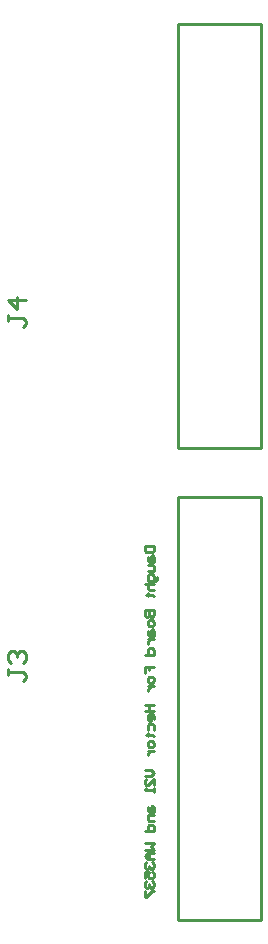
<source format=gbo>
G04*
G04 #@! TF.GenerationSoftware,Altium Limited,Altium Designer,24.9.1 (31)*
G04*
G04 Layer_Color=32896*
%FSLAX44Y44*%
%MOMM*%
G71*
G04*
G04 #@! TF.SameCoordinates,B8B67402-8590-40DF-8F2E-53978CF21371*
G04*
G04*
G04 #@! TF.FilePolarity,Positive*
G04*
G01*
G75*
%ADD12C,0.2540*%
D12*
X-435000Y869250D02*
X-365000D01*
X-435000Y510750D02*
X-365000D01*
X-435000D02*
Y869250D01*
X-365000Y510750D02*
Y869250D01*
X-435000Y469250D02*
X-365000D01*
X-435000Y110750D02*
X-365000D01*
X-435000D02*
Y469250D01*
X-365000Y110750D02*
Y469250D01*
X-463203Y427460D02*
X-455206D01*
Y423461D01*
X-456539Y422128D01*
X-461870D01*
X-463203Y423461D01*
Y427460D01*
X-460537Y418130D02*
Y415464D01*
X-459204Y414131D01*
X-455206D01*
Y418130D01*
X-456539Y419463D01*
X-457872Y418130D01*
Y414131D01*
X-460537Y411465D02*
X-456539D01*
X-455206Y410132D01*
Y406133D01*
X-460537D01*
X-452540Y400802D02*
Y399469D01*
X-453873Y398136D01*
X-460537D01*
Y402135D01*
X-459204Y403468D01*
X-456539D01*
X-455206Y402135D01*
Y398136D01*
X-463203Y395470D02*
X-455206D01*
X-459204D01*
X-460537Y394137D01*
Y391472D01*
X-459204Y390139D01*
X-455206D01*
X-461870Y386140D02*
X-460537D01*
Y387473D01*
Y384807D01*
Y386140D01*
X-456539D01*
X-455206Y384807D01*
X-463203Y372811D02*
X-455206D01*
Y368812D01*
X-456539Y367479D01*
X-457872D01*
X-459204Y368812D01*
Y372811D01*
Y368812D01*
X-460537Y367479D01*
X-461870D01*
X-463203Y368812D01*
Y372811D01*
X-455206Y363481D02*
Y360815D01*
X-456539Y359482D01*
X-459204D01*
X-460537Y360815D01*
Y363481D01*
X-459204Y364813D01*
X-456539D01*
X-455206Y363481D01*
X-460537Y355483D02*
Y352817D01*
X-459204Y351484D01*
X-455206D01*
Y355483D01*
X-456539Y356816D01*
X-457872Y355483D01*
Y351484D01*
X-460537Y348819D02*
X-455206D01*
X-457872D01*
X-459204Y347486D01*
X-460537Y346153D01*
Y344820D01*
X-463203Y335490D02*
X-455206D01*
Y339488D01*
X-456539Y340821D01*
X-459204D01*
X-460537Y339488D01*
Y335490D01*
X-463203Y319495D02*
Y324826D01*
X-459204D01*
Y322161D01*
Y324826D01*
X-455206D01*
Y315496D02*
Y312830D01*
X-456539Y311497D01*
X-459204D01*
X-460537Y312830D01*
Y315496D01*
X-459204Y316829D01*
X-456539D01*
X-455206Y315496D01*
X-460537Y308832D02*
X-455206D01*
X-457872D01*
X-459204Y307499D01*
X-460537Y306166D01*
Y304833D01*
X-463203Y292837D02*
X-455206D01*
X-459204D01*
Y287505D01*
X-463203D01*
X-455206D01*
Y280841D02*
Y283506D01*
X-456539Y284839D01*
X-459204D01*
X-460537Y283506D01*
Y280841D01*
X-459204Y279508D01*
X-457872D01*
Y284839D01*
X-460537Y271510D02*
Y275509D01*
X-459204Y276842D01*
X-456539D01*
X-455206Y275509D01*
Y271510D01*
X-461870Y267512D02*
X-460537D01*
Y268845D01*
Y266179D01*
Y267512D01*
X-456539D01*
X-455206Y266179D01*
Y260847D02*
Y258181D01*
X-456539Y256848D01*
X-459204D01*
X-460537Y258181D01*
Y260847D01*
X-459204Y262180D01*
X-456539D01*
X-455206Y260847D01*
X-460537Y254182D02*
X-455206D01*
X-457872D01*
X-459204Y252850D01*
X-460537Y251517D01*
Y250184D01*
X-463203Y238188D02*
X-457872D01*
X-455206Y235522D01*
X-457872Y232856D01*
X-463203D01*
X-455206Y224859D02*
Y230190D01*
X-460537Y224859D01*
X-461870D01*
X-463203Y226192D01*
Y228857D01*
X-461870Y230190D01*
X-455206Y222193D02*
Y219527D01*
Y220860D01*
X-463203D01*
X-461870Y222193D01*
X-460537Y206198D02*
Y203532D01*
X-459204Y202199D01*
X-455206D01*
Y206198D01*
X-456539Y207531D01*
X-457872Y206198D01*
Y202199D01*
X-455206Y199534D02*
X-460537D01*
Y195535D01*
X-459204Y194202D01*
X-455206D01*
X-463203Y186204D02*
X-455206D01*
Y190203D01*
X-456539Y191536D01*
X-459204D01*
X-460537Y190203D01*
Y186204D01*
X-463203Y175541D02*
X-455206D01*
X-457872Y172875D01*
X-455206Y170210D01*
X-463203D01*
X-455206Y167544D02*
X-460537D01*
X-463203Y164878D01*
X-460537Y162212D01*
X-455206D01*
X-459204D01*
Y167544D01*
X-461870Y159546D02*
X-463203Y158214D01*
Y155548D01*
X-461870Y154215D01*
X-460537D01*
X-459204Y155548D01*
Y156881D01*
Y155548D01*
X-457872Y154215D01*
X-456539D01*
X-455206Y155548D01*
Y158214D01*
X-456539Y159546D01*
X-463203Y146217D02*
Y151549D01*
X-459204D01*
X-460537Y148883D01*
Y147550D01*
X-459204Y146217D01*
X-456539D01*
X-455206Y147550D01*
Y150216D01*
X-456539Y151549D01*
X-461870Y143552D02*
X-463203Y142219D01*
Y139553D01*
X-461870Y138220D01*
X-460537D01*
X-459204Y139553D01*
Y140886D01*
Y139553D01*
X-457872Y138220D01*
X-456539D01*
X-455206Y139553D01*
Y142219D01*
X-456539Y143552D01*
X-463203Y135554D02*
Y130223D01*
X-461870D01*
X-456539Y135554D01*
X-455206D01*
X-578890Y623014D02*
Y617936D01*
Y620475D01*
X-566194D01*
X-563655Y617936D01*
Y615397D01*
X-566194Y612857D01*
X-563655Y635710D02*
X-578890D01*
X-571273Y628092D01*
Y638249D01*
X-578890Y323014D02*
Y317936D01*
Y320475D01*
X-566194D01*
X-563655Y317936D01*
Y315397D01*
X-566194Y312857D01*
X-576351Y328092D02*
X-578890Y330632D01*
Y335710D01*
X-576351Y338249D01*
X-573812D01*
X-571273Y335710D01*
Y333171D01*
Y335710D01*
X-568733Y338249D01*
X-566194D01*
X-563655Y335710D01*
Y330632D01*
X-566194Y328092D01*
M02*

</source>
